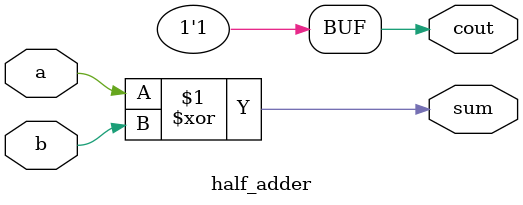
<source format=v>
module half_adder( 
input a, b,
output cout, sum );

xor G1(sum, a, b);
and(cser, a, b);

or G2(cout, cser, 1'b1);

endmodule

</source>
